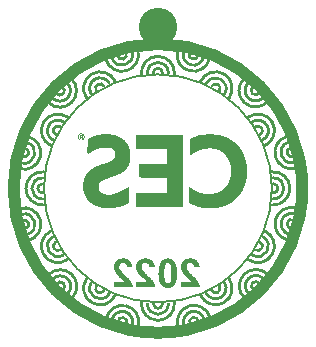
<source format=gbs>
G04*
G04 #@! TF.GenerationSoftware,Altium Limited,Altium Designer,21.7.2 (23)*
G04*
G04 Layer_Color=16711935*
%FSLAX25Y25*%
%MOIN*%
G70*
G04*
G04 #@! TF.SameCoordinates,2F9D9F62-0F19-4060-BA45-97F595866B8D*
G04*
G04*
G04 #@! TF.FilePolarity,Negative*
G04*
G01*
G75*
%ADD10C,0.01000*%
%ADD11C,0.12800*%
%ADD13C,0.00800*%
%ADD14C,0.04000*%
G36*
X286726Y385239D02*
X286933D01*
Y385187D01*
X286985D01*
Y385135D01*
X287089D01*
Y385083D01*
X287193D01*
Y385031D01*
X287245D01*
Y384979D01*
X287297D01*
Y384927D01*
X287349D01*
Y384823D01*
X287401D01*
Y384771D01*
X287453D01*
Y384719D01*
X287505D01*
Y384563D01*
X287557D01*
Y384459D01*
X287609D01*
Y383836D01*
X287557D01*
Y383680D01*
X287505D01*
Y383576D01*
X287453D01*
Y383524D01*
X287401D01*
Y383472D01*
X287349D01*
Y383368D01*
X287297D01*
Y383316D01*
X287245D01*
Y383264D01*
X287193D01*
Y383212D01*
X287089D01*
Y383160D01*
X287037D01*
Y383108D01*
X286933D01*
Y383056D01*
X286829D01*
Y383004D01*
X286570D01*
Y382952D01*
X286206D01*
Y383004D01*
X285946D01*
Y383056D01*
X285894D01*
Y383108D01*
X285790D01*
Y383160D01*
X285738D01*
Y383212D01*
X285686D01*
Y383264D01*
X285634D01*
Y383316D01*
X285582D01*
Y383368D01*
X285530D01*
Y383420D01*
X285478D01*
Y383524D01*
X285426D01*
Y383628D01*
X285374D01*
Y383784D01*
X285322D01*
Y384355D01*
X285374D01*
Y384563D01*
X285426D01*
Y384667D01*
X285478D01*
Y384771D01*
X285530D01*
Y384823D01*
X285582D01*
Y384875D01*
X285634D01*
Y384979D01*
X285686D01*
Y385031D01*
X285738D01*
Y385083D01*
X285842D01*
Y385135D01*
X285946D01*
Y385187D01*
X285998D01*
Y385239D01*
X286154D01*
Y385291D01*
X286726D01*
Y385239D01*
D02*
G37*
G36*
X320094Y384719D02*
X320198D01*
Y383836D01*
X320250D01*
Y382381D01*
X320302D01*
Y380717D01*
X320353D01*
Y373805D01*
X320405D01*
Y360707D01*
X320302D01*
Y360655D01*
X320250D01*
Y360707D01*
X318274D01*
Y360759D01*
X316559D01*
Y360811D01*
X309439D01*
Y360863D01*
X304969D01*
Y360915D01*
X304865D01*
Y360863D01*
X304761D01*
Y360915D01*
X304709D01*
Y360967D01*
X304657D01*
Y361383D01*
Y361435D01*
Y365281D01*
X304709D01*
Y365385D01*
X310634D01*
Y365437D01*
X315052D01*
Y370530D01*
X311154D01*
Y370582D01*
X306320D01*
Y370634D01*
X305956D01*
Y370582D01*
X305904D01*
Y370634D01*
X305800D01*
Y371778D01*
X305748D01*
Y374064D01*
X305697D01*
Y375000D01*
X305904D01*
Y375052D01*
X306008D01*
Y375000D01*
X314740D01*
Y375052D01*
X314844D01*
Y375000D01*
X315000D01*
Y375052D01*
X315052D01*
Y380146D01*
X310062D01*
Y380094D01*
X304865D01*
Y380146D01*
X304813D01*
Y384667D01*
X304865D01*
Y384719D01*
X310322D01*
Y384771D01*
X320094D01*
Y384719D01*
D02*
G37*
G36*
X330748Y384927D02*
X331320D01*
Y384875D01*
X331944D01*
Y384823D01*
X332204D01*
Y384771D01*
X332516D01*
Y384719D01*
X332775D01*
Y384667D01*
X332931D01*
Y384615D01*
X333191D01*
Y384563D01*
X333295D01*
Y384511D01*
X333503D01*
Y384459D01*
X333659D01*
Y384407D01*
X333763D01*
Y384355D01*
X333971D01*
Y384303D01*
X334075D01*
Y384252D01*
X334283D01*
Y384200D01*
X334335D01*
Y384148D01*
X334491D01*
Y384096D01*
X334647D01*
Y384044D01*
X334751D01*
Y383992D01*
X334906D01*
Y383940D01*
X334958D01*
Y383888D01*
X335114D01*
Y383836D01*
X335166D01*
Y383784D01*
X335270D01*
Y383732D01*
X335426D01*
Y383680D01*
X335530D01*
Y383628D01*
X335634D01*
Y383576D01*
X335686D01*
Y383524D01*
X335790D01*
Y383472D01*
X335894D01*
Y383420D01*
X335998D01*
Y383368D01*
X336102D01*
Y383316D01*
X336154D01*
Y383264D01*
X336258D01*
Y383212D01*
X336362D01*
Y383160D01*
X336414D01*
Y383108D01*
X336518D01*
Y383056D01*
X336570D01*
Y383004D01*
X336674D01*
Y382952D01*
X336726D01*
Y382900D01*
X336829D01*
Y382848D01*
X336881D01*
Y382796D01*
X336933D01*
Y382744D01*
X337037D01*
Y382692D01*
X337089D01*
Y382640D01*
X337193D01*
Y382588D01*
X337245D01*
Y382536D01*
X337297D01*
Y382484D01*
X337349D01*
Y382432D01*
X337401D01*
Y382381D01*
X337505D01*
Y382329D01*
X337557D01*
Y382277D01*
X337609D01*
Y382224D01*
X337713D01*
Y382121D01*
X337817D01*
Y382069D01*
X337869D01*
Y382017D01*
X337921D01*
Y381965D01*
X337973D01*
Y381913D01*
X338025D01*
Y381861D01*
X338077D01*
Y381809D01*
X338129D01*
Y381757D01*
X338181D01*
Y381705D01*
X338233D01*
Y381653D01*
X338285D01*
Y381601D01*
X338337D01*
Y381549D01*
X338389D01*
Y381497D01*
X338441D01*
Y381445D01*
X338493D01*
Y381393D01*
X338545D01*
Y381341D01*
X338597D01*
Y381289D01*
X338649D01*
Y381237D01*
X338701D01*
Y381185D01*
X338753D01*
Y381081D01*
X338805D01*
Y381029D01*
X338857D01*
Y380977D01*
X338909D01*
Y380925D01*
X338961D01*
Y380821D01*
X339013D01*
Y380769D01*
X339064D01*
Y380717D01*
X339116D01*
Y380665D01*
X339168D01*
Y380613D01*
X339220D01*
Y380509D01*
X339272D01*
Y380457D01*
X339324D01*
Y380405D01*
X339376D01*
Y380301D01*
X339428D01*
Y380250D01*
X339480D01*
Y380146D01*
X339532D01*
Y380094D01*
X339584D01*
Y379990D01*
X339636D01*
Y379938D01*
X339688D01*
Y379886D01*
X339740D01*
Y379782D01*
X339792D01*
Y379730D01*
X339844D01*
Y379626D01*
X339896D01*
Y379522D01*
X339948D01*
Y379418D01*
X340000D01*
Y379314D01*
X340052D01*
Y379262D01*
X340104D01*
Y379158D01*
X340156D01*
Y379106D01*
X340208D01*
Y379002D01*
X340260D01*
Y378898D01*
X340312D01*
Y378794D01*
X340364D01*
Y378638D01*
X340416D01*
Y378586D01*
X340468D01*
Y378430D01*
X340520D01*
Y378326D01*
X340572D01*
Y378222D01*
X340624D01*
Y378118D01*
X340676D01*
Y378015D01*
X340728D01*
Y377859D01*
X340780D01*
Y377755D01*
X340832D01*
Y377599D01*
X340884D01*
Y377443D01*
X340936D01*
Y377339D01*
X340987D01*
Y377131D01*
X341039D01*
Y377027D01*
X341091D01*
Y376819D01*
X341143D01*
Y376663D01*
X341195D01*
Y376507D01*
X341247D01*
Y376299D01*
X341299D01*
Y376143D01*
X341351D01*
Y375832D01*
X341403D01*
Y375676D01*
X341455D01*
Y375364D01*
X341507D01*
Y375052D01*
X341559D01*
Y374844D01*
X341611D01*
Y374272D01*
X341663D01*
Y373908D01*
X341715D01*
Y371414D01*
X341663D01*
Y371050D01*
X341611D01*
Y370530D01*
X341559D01*
Y370270D01*
X341507D01*
Y369958D01*
X341455D01*
Y369647D01*
X341403D01*
Y369491D01*
X341351D01*
Y369231D01*
X341299D01*
Y369075D01*
X341247D01*
Y368867D01*
X341195D01*
Y368659D01*
X341143D01*
Y368503D01*
X341091D01*
Y368295D01*
X341039D01*
Y368191D01*
X340987D01*
Y367983D01*
X340936D01*
Y367879D01*
X340884D01*
Y367776D01*
X340832D01*
Y367619D01*
X340780D01*
Y367516D01*
X340728D01*
Y367360D01*
X340676D01*
Y367256D01*
X340624D01*
Y367152D01*
X340572D01*
Y366996D01*
X340520D01*
Y366892D01*
X340468D01*
Y366736D01*
X340416D01*
Y366684D01*
X340364D01*
Y366580D01*
X340312D01*
Y366476D01*
X340260D01*
Y366372D01*
X340208D01*
Y366268D01*
X340156D01*
Y366216D01*
X340104D01*
Y366060D01*
X340052D01*
Y366008D01*
X340000D01*
Y365904D01*
X339948D01*
Y365800D01*
X339896D01*
Y365748D01*
X339844D01*
Y365645D01*
X339792D01*
Y365593D01*
X339740D01*
Y365489D01*
X339688D01*
Y365437D01*
X339636D01*
Y365333D01*
X339584D01*
Y365229D01*
X339532D01*
Y365177D01*
X339480D01*
Y365073D01*
X339428D01*
Y365021D01*
X339376D01*
Y364969D01*
X339324D01*
Y364917D01*
X339272D01*
Y364813D01*
X339220D01*
Y364761D01*
X339168D01*
Y364709D01*
X339116D01*
Y364605D01*
X339064D01*
Y364553D01*
X339013D01*
Y364501D01*
X338961D01*
Y364449D01*
X338909D01*
Y364397D01*
X338857D01*
Y364293D01*
X338805D01*
Y364241D01*
X338753D01*
Y364189D01*
X338701D01*
Y364137D01*
X338649D01*
Y364085D01*
X338597D01*
Y364033D01*
X338545D01*
Y363981D01*
X338493D01*
Y363877D01*
X338441D01*
Y363825D01*
X338389D01*
Y363773D01*
X338337D01*
Y363721D01*
X338285D01*
Y363669D01*
X338233D01*
Y363617D01*
X338181D01*
Y363565D01*
X338129D01*
Y363513D01*
X338077D01*
Y363461D01*
X338025D01*
Y363410D01*
X337921D01*
Y363358D01*
X337869D01*
Y363306D01*
X337817D01*
Y363254D01*
X337765D01*
Y363202D01*
X337713D01*
Y363150D01*
X337661D01*
Y363098D01*
X337609D01*
Y363046D01*
X337505D01*
Y362994D01*
X337453D01*
Y362942D01*
X337401D01*
Y362890D01*
X337349D01*
Y362838D01*
X337297D01*
Y362786D01*
X337193D01*
Y362734D01*
X337141D01*
Y362682D01*
X337037D01*
Y362630D01*
X336985D01*
Y362578D01*
X336933D01*
Y362526D01*
X336829D01*
Y362474D01*
X336777D01*
Y362422D01*
X336674D01*
Y362370D01*
X336622D01*
Y362318D01*
X336570D01*
Y362266D01*
X336466D01*
Y362214D01*
X336414D01*
Y362162D01*
X336310D01*
Y362110D01*
X336258D01*
Y362058D01*
X336154D01*
Y362006D01*
X336050D01*
Y361954D01*
X335946D01*
Y361902D01*
X335842D01*
Y361850D01*
X335790D01*
Y361798D01*
X335634D01*
Y361746D01*
X335582D01*
Y361694D01*
X335478D01*
Y361642D01*
X335374D01*
Y361590D01*
X335270D01*
Y361539D01*
X335114D01*
Y361487D01*
X335062D01*
Y361435D01*
X334906D01*
Y361383D01*
X334803D01*
Y361331D01*
X334699D01*
Y361279D01*
X334543D01*
Y361227D01*
X334439D01*
Y361175D01*
X334231D01*
Y361123D01*
X334179D01*
Y361071D01*
X333919D01*
Y361019D01*
X333815D01*
Y360967D01*
X333659D01*
Y360915D01*
X333451D01*
Y360863D01*
X333295D01*
Y360811D01*
X333035D01*
Y360759D01*
X332879D01*
Y360707D01*
X332568D01*
Y360655D01*
X332256D01*
Y360603D01*
X331996D01*
Y360551D01*
X331528D01*
Y360499D01*
X331164D01*
Y360447D01*
X330385D01*
Y360395D01*
X328150D01*
Y360447D01*
X327266D01*
Y360499D01*
X327006D01*
Y360551D01*
X326486D01*
Y360603D01*
X326279D01*
Y360655D01*
X326019D01*
Y360707D01*
X325759D01*
Y360759D01*
X325603D01*
Y360811D01*
X325395D01*
Y360863D01*
X325239D01*
Y360915D01*
X325031D01*
Y360967D01*
X324875D01*
Y361019D01*
X324771D01*
Y361071D01*
X324563D01*
Y361123D01*
X324460D01*
Y361175D01*
X324304D01*
Y361227D01*
X324200D01*
Y361279D01*
X324044D01*
Y361331D01*
X323888D01*
Y361383D01*
X323836D01*
Y361435D01*
X323628D01*
Y361487D01*
X323576D01*
Y361539D01*
X323420D01*
Y361590D01*
X323316D01*
Y361642D01*
X323264D01*
Y361694D01*
X323108D01*
Y361746D01*
X323056D01*
Y361798D01*
X322900D01*
Y361850D01*
X322796D01*
Y361902D01*
X322692D01*
Y361954D01*
X322588D01*
Y362006D01*
X322536D01*
Y362058D01*
X322484D01*
Y362942D01*
X322432D01*
Y367360D01*
X322484D01*
Y367412D01*
X322640D01*
Y367360D01*
X322692D01*
Y367308D01*
X322796D01*
Y367256D01*
X322848D01*
Y367204D01*
X322900D01*
Y367152D01*
X323004D01*
Y367100D01*
X323056D01*
Y367048D01*
X323160D01*
Y366996D01*
X323212D01*
Y366944D01*
X323316D01*
Y366892D01*
X323420D01*
Y366840D01*
X323472D01*
Y366788D01*
X323576D01*
Y366736D01*
X323628D01*
Y366684D01*
X323732D01*
Y366632D01*
X323784D01*
Y366580D01*
X323836D01*
Y366528D01*
X323940D01*
Y366476D01*
X324044D01*
Y366424D01*
X324148D01*
Y366372D01*
X324200D01*
Y366320D01*
X324304D01*
Y366268D01*
X324408D01*
Y366216D01*
X324460D01*
Y366164D01*
X324615D01*
Y366112D01*
X324667D01*
Y366060D01*
X324771D01*
Y366008D01*
X324875D01*
Y365956D01*
X324979D01*
Y365904D01*
X325135D01*
Y365852D01*
X325187D01*
Y365800D01*
X325343D01*
Y365748D01*
X325447D01*
Y365697D01*
X325603D01*
Y365645D01*
X325759D01*
Y365593D01*
X325863D01*
Y365541D01*
X326071D01*
Y365489D01*
X326175D01*
Y365437D01*
X326434D01*
Y365385D01*
X326590D01*
Y365333D01*
X326746D01*
Y365281D01*
X327110D01*
Y365229D01*
X327266D01*
Y365177D01*
X327786D01*
Y365125D01*
X328150D01*
Y365073D01*
X329813D01*
Y365125D01*
X330177D01*
Y365177D01*
X330644D01*
Y365229D01*
X330852D01*
Y365281D01*
X331164D01*
Y365333D01*
X331320D01*
Y365385D01*
X331476D01*
Y365437D01*
X331684D01*
Y365489D01*
X331788D01*
Y365541D01*
X331996D01*
Y365593D01*
X332048D01*
Y365645D01*
X332204D01*
Y365697D01*
X332360D01*
Y365748D01*
X332412D01*
Y365800D01*
X332568D01*
Y365852D01*
X332620D01*
Y365904D01*
X332775D01*
Y365956D01*
X332827D01*
Y366008D01*
X332931D01*
Y366060D01*
X333035D01*
Y366112D01*
X333087D01*
Y366164D01*
X333191D01*
Y366216D01*
X333243D01*
Y366268D01*
X333347D01*
Y366320D01*
X333451D01*
Y366372D01*
X333503D01*
Y366424D01*
X333555D01*
Y366476D01*
X333607D01*
Y366528D01*
X333711D01*
Y366580D01*
X333763D01*
Y366632D01*
X333815D01*
Y366684D01*
X333867D01*
Y366736D01*
X333919D01*
Y366788D01*
X334023D01*
Y366840D01*
X334075D01*
Y366892D01*
X334127D01*
Y366944D01*
X334179D01*
Y366996D01*
X334231D01*
Y367048D01*
X334283D01*
Y367100D01*
X334335D01*
Y367152D01*
X334387D01*
Y367204D01*
X334439D01*
Y367256D01*
X334491D01*
Y367360D01*
X334543D01*
Y367412D01*
X334595D01*
Y367464D01*
X334647D01*
Y367516D01*
X334699D01*
Y367568D01*
X334751D01*
Y367671D01*
X334803D01*
Y367723D01*
X334855D01*
Y367776D01*
X334906D01*
Y367879D01*
X334958D01*
Y367931D01*
X335010D01*
Y368035D01*
X335062D01*
Y368087D01*
X335114D01*
Y368191D01*
X335166D01*
Y368243D01*
X335218D01*
Y368347D01*
X335270D01*
Y368451D01*
X335322D01*
Y368503D01*
X335374D01*
Y368607D01*
X335426D01*
Y368711D01*
X335478D01*
Y368815D01*
X335530D01*
Y368919D01*
X335582D01*
Y369023D01*
X335634D01*
Y369179D01*
X335686D01*
Y369231D01*
X335738D01*
Y369439D01*
X335790D01*
Y369491D01*
X335842D01*
Y369647D01*
X335894D01*
Y369802D01*
X335946D01*
Y369958D01*
X335998D01*
Y370166D01*
X336050D01*
Y370270D01*
X336102D01*
Y370530D01*
X336154D01*
Y370738D01*
X336206D01*
Y370998D01*
X336258D01*
Y371414D01*
X336310D01*
Y371622D01*
X336362D01*
Y373649D01*
X336310D01*
Y374012D01*
X336258D01*
Y374376D01*
X336206D01*
Y374636D01*
X336154D01*
Y374844D01*
X336102D01*
Y375104D01*
X336050D01*
Y375208D01*
X335998D01*
Y375416D01*
X335946D01*
Y375572D01*
X335894D01*
Y375728D01*
X335842D01*
Y375884D01*
X335790D01*
Y375988D01*
X335738D01*
Y376143D01*
X335686D01*
Y376195D01*
X335634D01*
Y376351D01*
X335582D01*
Y376455D01*
X335530D01*
Y376559D01*
X335478D01*
Y376663D01*
X335426D01*
Y376767D01*
X335374D01*
Y376871D01*
X335322D01*
Y376923D01*
X335270D01*
Y377027D01*
X335218D01*
Y377131D01*
X335166D01*
Y377183D01*
X335114D01*
Y377287D01*
X335062D01*
Y377339D01*
X335010D01*
Y377443D01*
X334958D01*
Y377547D01*
X334906D01*
Y377599D01*
X334855D01*
Y377651D01*
X334803D01*
Y377703D01*
X334751D01*
Y377807D01*
X334699D01*
Y377859D01*
X334647D01*
Y377911D01*
X334595D01*
Y378015D01*
X334543D01*
Y378066D01*
X334491D01*
Y378118D01*
X334439D01*
Y378170D01*
X334387D01*
Y378222D01*
X334335D01*
Y378274D01*
X334283D01*
Y378326D01*
X334231D01*
Y378378D01*
X334179D01*
Y378430D01*
X334127D01*
Y378482D01*
X334075D01*
Y378534D01*
X334023D01*
Y378586D01*
X333971D01*
Y378638D01*
X333919D01*
Y378690D01*
X333867D01*
Y378742D01*
X333815D01*
Y378794D01*
X333763D01*
Y378846D01*
X333659D01*
Y378898D01*
X333607D01*
Y378950D01*
X333555D01*
Y379002D01*
X333451D01*
Y379054D01*
X333399D01*
Y379106D01*
X333347D01*
Y379158D01*
X333243D01*
Y379210D01*
X333191D01*
Y379262D01*
X333139D01*
Y379314D01*
X333087D01*
Y379366D01*
X332931D01*
Y379418D01*
X332879D01*
Y379470D01*
X332827D01*
Y379522D01*
X332723D01*
Y379574D01*
X332620D01*
Y379626D01*
X332516D01*
Y379678D01*
X332412D01*
Y379730D01*
X332308D01*
Y379782D01*
X332152D01*
Y379834D01*
X332100D01*
Y379886D01*
X331892D01*
Y379938D01*
X331788D01*
Y379990D01*
X331580D01*
Y380042D01*
X331424D01*
Y380094D01*
X331216D01*
Y380146D01*
X330904D01*
Y380198D01*
X330697D01*
Y380250D01*
X329969D01*
Y380301D01*
X328618D01*
Y380250D01*
X327838D01*
Y380198D01*
X327578D01*
Y380146D01*
X327214D01*
Y380094D01*
X327006D01*
Y380042D01*
X326850D01*
Y379990D01*
X326590D01*
Y379938D01*
X326486D01*
Y379886D01*
X326227D01*
Y379834D01*
X326123D01*
Y379782D01*
X325967D01*
Y379730D01*
X325811D01*
Y379678D01*
X325707D01*
Y379626D01*
X325551D01*
Y379574D01*
X325447D01*
Y379522D01*
X325291D01*
Y379470D01*
X325239D01*
Y379418D01*
X325135D01*
Y379366D01*
X324979D01*
Y379314D01*
X324927D01*
Y379262D01*
X324771D01*
Y379210D01*
X324719D01*
Y379158D01*
X324615D01*
Y379106D01*
X324511D01*
Y379054D01*
X324460D01*
Y379002D01*
X324356D01*
Y378950D01*
X324304D01*
Y378898D01*
X324200D01*
Y378846D01*
X324148D01*
Y378794D01*
X324044D01*
Y378742D01*
X323992D01*
Y378690D01*
X323940D01*
Y378638D01*
X323836D01*
Y378586D01*
X323784D01*
Y378534D01*
X323680D01*
Y378482D01*
X323628D01*
Y378430D01*
X323524D01*
Y378378D01*
X323472D01*
Y378326D01*
X323420D01*
Y378274D01*
X323316D01*
Y378222D01*
X323264D01*
Y378170D01*
X323212D01*
Y378118D01*
X323108D01*
Y378066D01*
X323056D01*
Y378015D01*
X322848D01*
Y378222D01*
X322796D01*
Y382017D01*
X322848D01*
Y383472D01*
X322900D01*
Y383524D01*
X322952D01*
Y383576D01*
X323056D01*
Y383628D01*
X323212D01*
Y383680D01*
X323264D01*
Y383732D01*
X323420D01*
Y383784D01*
X323524D01*
Y383836D01*
X323628D01*
Y383888D01*
X323732D01*
Y383940D01*
X323836D01*
Y383992D01*
X323992D01*
Y384044D01*
X324044D01*
Y384096D01*
X324148D01*
Y384148D01*
X324304D01*
Y384200D01*
X324408D01*
Y384252D01*
X324563D01*
Y384303D01*
X324667D01*
Y384355D01*
X324823D01*
Y384407D01*
X324979D01*
Y384459D01*
X325135D01*
Y384511D01*
X325343D01*
Y384563D01*
X325447D01*
Y384615D01*
X325759D01*
Y384667D01*
X325915D01*
Y384719D01*
X326175D01*
Y384771D01*
X326486D01*
Y384823D01*
X326746D01*
Y384875D01*
X327474D01*
Y384927D01*
X328046D01*
Y384979D01*
X330748D01*
Y384927D01*
D02*
G37*
G36*
X294990Y385031D02*
X295821D01*
Y384979D01*
X296393D01*
Y384927D01*
X296601D01*
Y384875D01*
X297017D01*
Y384823D01*
X297173D01*
Y384771D01*
X297432D01*
Y384719D01*
X297640D01*
Y384667D01*
X297796D01*
Y384615D01*
X298004D01*
Y384563D01*
X298108D01*
Y384511D01*
X298316D01*
Y384459D01*
X298420D01*
Y384407D01*
X298576D01*
Y384355D01*
X298732D01*
Y384303D01*
X298784D01*
Y384252D01*
X298940D01*
Y384200D01*
X299044D01*
Y384148D01*
X299148D01*
Y384096D01*
X299304D01*
Y384044D01*
X299356D01*
Y383992D01*
X299511D01*
Y383940D01*
X299563D01*
Y383888D01*
X299667D01*
Y383836D01*
X299719D01*
Y383784D01*
X299823D01*
Y383732D01*
X299927D01*
Y383680D01*
X299979D01*
Y383628D01*
X300083D01*
Y383576D01*
X300135D01*
Y383524D01*
X300239D01*
Y383472D01*
X300291D01*
Y383420D01*
X300343D01*
Y383368D01*
X300447D01*
Y383316D01*
X300499D01*
Y383264D01*
X300551D01*
Y383212D01*
X300603D01*
Y383160D01*
X300655D01*
Y383108D01*
X300707D01*
Y383056D01*
X300759D01*
Y383004D01*
X300863D01*
Y382952D01*
X300915D01*
Y382900D01*
X300967D01*
Y382848D01*
X301019D01*
Y382796D01*
X301071D01*
Y382692D01*
X301123D01*
Y382640D01*
X301175D01*
Y382588D01*
X301227D01*
Y382536D01*
X301279D01*
Y382484D01*
X301331D01*
Y382381D01*
X301434D01*
Y382277D01*
X301486D01*
Y382224D01*
X301538D01*
Y382121D01*
X301590D01*
Y382069D01*
X301642D01*
Y381965D01*
X301694D01*
Y381913D01*
X301746D01*
Y381861D01*
X301798D01*
Y381757D01*
X301850D01*
Y381653D01*
X301902D01*
Y381601D01*
X301954D01*
Y381497D01*
X302006D01*
Y381445D01*
X302058D01*
Y381289D01*
X302110D01*
Y381237D01*
X302162D01*
Y381133D01*
X302214D01*
Y381029D01*
X302266D01*
Y380925D01*
X302318D01*
Y380769D01*
X302370D01*
Y380717D01*
X302422D01*
Y380509D01*
X302474D01*
Y380353D01*
X302526D01*
Y380250D01*
X302578D01*
Y379990D01*
X302630D01*
Y379834D01*
X302682D01*
Y379522D01*
X302734D01*
Y379210D01*
X302786D01*
Y378586D01*
X302838D01*
Y377495D01*
X302786D01*
Y376819D01*
X302734D01*
Y376455D01*
X302682D01*
Y376040D01*
X302630D01*
Y375884D01*
X302578D01*
Y375572D01*
X302526D01*
Y375468D01*
X302474D01*
Y375260D01*
X302422D01*
Y375104D01*
X302370D01*
Y375000D01*
X302318D01*
Y374792D01*
X302266D01*
Y374740D01*
X302214D01*
Y374584D01*
X302162D01*
Y374480D01*
X302110D01*
Y374428D01*
X302058D01*
Y374272D01*
X302006D01*
Y374220D01*
X301954D01*
Y374116D01*
X301902D01*
Y374012D01*
X301850D01*
Y373960D01*
X301798D01*
Y373857D01*
X301746D01*
Y373805D01*
X301694D01*
Y373701D01*
X301642D01*
Y373649D01*
X301590D01*
Y373597D01*
X301538D01*
Y373545D01*
X301486D01*
Y373493D01*
X301434D01*
Y373389D01*
X301382D01*
Y373337D01*
X301331D01*
Y373285D01*
X301279D01*
Y373233D01*
X301227D01*
Y373181D01*
X301175D01*
Y373129D01*
X301123D01*
Y373077D01*
X301071D01*
Y373025D01*
X301019D01*
Y372973D01*
X300967D01*
Y372921D01*
X300915D01*
Y372869D01*
X300863D01*
Y372817D01*
X300811D01*
Y372765D01*
X300707D01*
Y372713D01*
X300655D01*
Y372661D01*
X300603D01*
Y372609D01*
X300551D01*
Y372557D01*
X300447D01*
Y372505D01*
X300395D01*
Y372453D01*
X300343D01*
Y372401D01*
X300239D01*
Y372349D01*
X300187D01*
Y372297D01*
X300083D01*
Y372245D01*
X300031D01*
Y372193D01*
X299927D01*
Y372141D01*
X299823D01*
Y372089D01*
X299771D01*
Y372037D01*
X299667D01*
Y371985D01*
X299563D01*
Y371934D01*
X299460D01*
Y371882D01*
X299356D01*
Y371830D01*
X299304D01*
Y371778D01*
X299148D01*
Y371726D01*
X299096D01*
Y371674D01*
X298940D01*
Y371622D01*
X298836D01*
Y371570D01*
X298732D01*
Y371518D01*
X298576D01*
Y371466D01*
X298524D01*
Y371414D01*
X298368D01*
Y371362D01*
X298264D01*
Y371310D01*
X298108D01*
Y371258D01*
X297952D01*
Y371206D01*
X297848D01*
Y371154D01*
X297692D01*
Y371102D01*
X297588D01*
Y371050D01*
X297432D01*
Y370998D01*
X297276D01*
Y370946D01*
X297121D01*
Y370894D01*
X296965D01*
Y370842D01*
X296861D01*
Y370790D01*
X296653D01*
Y370738D01*
X296497D01*
Y370686D01*
X296341D01*
Y370634D01*
X296133D01*
Y370582D01*
X296029D01*
Y370530D01*
X295821D01*
Y370478D01*
X295717D01*
Y370426D01*
X295561D01*
Y370374D01*
X295405D01*
Y370322D01*
X295302D01*
Y370270D01*
X295094D01*
Y370218D01*
X294990D01*
Y370166D01*
X294834D01*
Y370114D01*
X294730D01*
Y370062D01*
X294574D01*
Y370010D01*
X294418D01*
Y369958D01*
X294366D01*
Y369906D01*
X294158D01*
Y369854D01*
X294106D01*
Y369802D01*
X293950D01*
Y369750D01*
X293846D01*
Y369699D01*
X293794D01*
Y369647D01*
X293638D01*
Y369595D01*
X293586D01*
Y369543D01*
X293482D01*
Y369491D01*
X293378D01*
Y369439D01*
X293326D01*
Y369387D01*
X293222D01*
Y369335D01*
X293170D01*
Y369283D01*
X293067D01*
Y369231D01*
X293015D01*
Y369179D01*
X292963D01*
Y369127D01*
X292859D01*
Y369023D01*
X292755D01*
Y368919D01*
X292703D01*
Y368867D01*
X292651D01*
Y368815D01*
X292599D01*
Y368711D01*
X292547D01*
Y368659D01*
X292495D01*
Y368555D01*
X292443D01*
Y368451D01*
X292391D01*
Y368347D01*
X292339D01*
Y368087D01*
X292287D01*
Y367879D01*
X292235D01*
Y366996D01*
X292287D01*
Y366788D01*
X292339D01*
Y366528D01*
X292391D01*
Y366424D01*
X292443D01*
Y366320D01*
X292495D01*
Y366216D01*
X292547D01*
Y366112D01*
X292599D01*
Y366060D01*
X292651D01*
Y366008D01*
X292703D01*
Y365904D01*
X292755D01*
Y365852D01*
X292807D01*
Y365800D01*
X292859D01*
Y365748D01*
X292911D01*
Y365697D01*
X292963D01*
Y365645D01*
X293015D01*
Y365593D01*
X293067D01*
Y365541D01*
X293170D01*
Y365489D01*
X293222D01*
Y365437D01*
X293326D01*
Y365385D01*
X293430D01*
Y365333D01*
X293534D01*
Y365281D01*
X293638D01*
Y365229D01*
X293742D01*
Y365177D01*
X293950D01*
Y365125D01*
X294054D01*
Y365073D01*
X294314D01*
Y365021D01*
X294574D01*
Y364969D01*
X294782D01*
Y364917D01*
X295613D01*
Y364865D01*
X296185D01*
Y364917D01*
X296705D01*
Y364969D01*
X296913D01*
Y365021D01*
X297121D01*
Y365073D01*
X297328D01*
Y365125D01*
X297432D01*
Y365177D01*
X297640D01*
Y365229D01*
X297744D01*
Y365281D01*
X297952D01*
Y365333D01*
X298056D01*
Y365385D01*
X298160D01*
Y365437D01*
X298368D01*
Y365489D01*
X298420D01*
Y365541D01*
X298576D01*
Y365593D01*
X298680D01*
Y365645D01*
X298836D01*
Y365697D01*
X298940D01*
Y365748D01*
X299044D01*
Y365800D01*
X299200D01*
Y365852D01*
X299252D01*
Y365904D01*
X299408D01*
Y365956D01*
X299511D01*
Y366008D01*
X299563D01*
Y366060D01*
X299719D01*
Y366112D01*
X299771D01*
Y366164D01*
X299927D01*
Y366216D01*
X300031D01*
Y366268D01*
X300135D01*
Y366320D01*
X300239D01*
Y366372D01*
X300291D01*
Y366424D01*
X300447D01*
Y366476D01*
X300499D01*
Y366528D01*
X300655D01*
Y366580D01*
X300707D01*
Y366632D01*
X300811D01*
Y366684D01*
X300967D01*
Y366736D01*
X301019D01*
Y366788D01*
X301123D01*
Y366840D01*
X301227D01*
Y366892D01*
X301279D01*
Y366944D01*
X301382D01*
Y366996D01*
X301486D01*
Y367048D01*
X301590D01*
Y367100D01*
X301642D01*
Y367152D01*
X301798D01*
Y367204D01*
X301850D01*
Y367256D01*
X301954D01*
Y367308D01*
X302058D01*
Y367360D01*
X302110D01*
Y367412D01*
X302214D01*
Y367464D01*
X302266D01*
Y367516D01*
X302474D01*
Y362110D01*
X302422D01*
Y362058D01*
X302266D01*
Y362006D01*
X302214D01*
Y361954D01*
X302110D01*
Y361902D01*
X302006D01*
Y361850D01*
X301902D01*
Y361798D01*
X301746D01*
Y361746D01*
X301694D01*
Y361694D01*
X301590D01*
Y361642D01*
X301486D01*
Y361590D01*
X301382D01*
Y361539D01*
X301227D01*
Y361487D01*
X301175D01*
Y361435D01*
X300967D01*
Y361383D01*
X300915D01*
Y361331D01*
X300759D01*
Y361279D01*
X300603D01*
Y361227D01*
X300499D01*
Y361175D01*
X300291D01*
Y361123D01*
X300187D01*
Y361071D01*
X299979D01*
Y361019D01*
X299875D01*
Y360967D01*
X299667D01*
Y360915D01*
X299460D01*
Y360863D01*
X299304D01*
Y360811D01*
X298992D01*
Y360759D01*
X298784D01*
Y360707D01*
X298472D01*
Y360655D01*
X298160D01*
Y360603D01*
X297848D01*
Y360551D01*
X297173D01*
Y360499D01*
X296601D01*
Y360447D01*
X294366D01*
Y360499D01*
X293950D01*
Y360551D01*
X293326D01*
Y360603D01*
X293119D01*
Y360655D01*
X292807D01*
Y360707D01*
X292547D01*
Y360759D01*
X292391D01*
Y360811D01*
X292131D01*
Y360863D01*
X292079D01*
Y360915D01*
X291871D01*
Y360967D01*
X291767D01*
Y361019D01*
X291611D01*
Y361071D01*
X291455D01*
Y361123D01*
X291403D01*
Y361175D01*
X291247D01*
Y361227D01*
X291195D01*
Y361279D01*
X291091D01*
Y361331D01*
X290987D01*
Y361383D01*
X290884D01*
Y361435D01*
X290780D01*
Y361487D01*
X290728D01*
Y361539D01*
X290624D01*
Y361590D01*
X290520D01*
Y361642D01*
X290468D01*
Y361694D01*
X290364D01*
Y361746D01*
X290312D01*
Y361798D01*
X290156D01*
Y361850D01*
X290104D01*
Y361902D01*
X290052D01*
Y361954D01*
X289948D01*
Y362006D01*
X289844D01*
Y362058D01*
X289740D01*
Y362110D01*
X289688D01*
Y362162D01*
X289584D01*
Y362214D01*
X289532D01*
Y362266D01*
X289428D01*
Y362318D01*
X289324D01*
Y362370D01*
X289272D01*
Y362422D01*
X289168D01*
Y362474D01*
X289116D01*
Y362526D01*
X289013D01*
Y362578D01*
X288961D01*
Y362630D01*
X288909D01*
Y362682D01*
X288857D01*
Y362734D01*
X288805D01*
Y362786D01*
X288753D01*
Y362838D01*
X288701D01*
Y362942D01*
X288649D01*
Y363046D01*
X288597D01*
Y363202D01*
X288545D01*
Y363254D01*
X288493D01*
Y363358D01*
X288441D01*
Y363410D01*
X288389D01*
Y363513D01*
X288337D01*
Y363617D01*
X288285D01*
Y363669D01*
X288233D01*
Y363773D01*
X288181D01*
Y363825D01*
X288129D01*
Y363929D01*
X288077D01*
Y364033D01*
X288025D01*
Y364085D01*
X287973D01*
Y364189D01*
X287921D01*
Y364241D01*
X287869D01*
Y364345D01*
X287817D01*
Y364449D01*
X287765D01*
Y364553D01*
X287713D01*
Y364709D01*
X287661D01*
Y364761D01*
X287609D01*
Y364917D01*
X287557D01*
Y364969D01*
X287505D01*
Y365125D01*
X287453D01*
Y365333D01*
X287401D01*
Y365385D01*
X287349D01*
Y365645D01*
X287297D01*
Y365800D01*
X287245D01*
Y366164D01*
X287193D01*
Y366528D01*
X287141D01*
Y368503D01*
X287193D01*
Y368971D01*
X287245D01*
Y369335D01*
X287297D01*
Y369543D01*
X287349D01*
Y369854D01*
X287401D01*
Y369958D01*
X287453D01*
Y370166D01*
X287505D01*
Y370322D01*
X287557D01*
Y370426D01*
X287609D01*
Y370634D01*
X287661D01*
Y370738D01*
X287713D01*
Y370894D01*
X287765D01*
Y370998D01*
X287817D01*
Y371050D01*
X287869D01*
Y371206D01*
X287921D01*
Y371258D01*
X287973D01*
Y371414D01*
X288025D01*
Y371466D01*
X288077D01*
Y371570D01*
X288129D01*
Y371622D01*
X288181D01*
Y371726D01*
X288233D01*
Y371778D01*
X288285D01*
Y371882D01*
X288337D01*
Y371934D01*
X288389D01*
Y371985D01*
X288441D01*
Y372089D01*
X288493D01*
Y372141D01*
X288545D01*
Y372193D01*
X288597D01*
Y372245D01*
X288649D01*
Y372297D01*
X288701D01*
Y372401D01*
X288753D01*
Y372453D01*
X288805D01*
Y372505D01*
X288857D01*
Y372557D01*
X288909D01*
Y372609D01*
X288961D01*
Y372661D01*
X289013D01*
Y372713D01*
X289064D01*
Y372765D01*
X289116D01*
Y372817D01*
X289220D01*
Y372869D01*
X289272D01*
Y372921D01*
X289324D01*
Y372973D01*
X289376D01*
Y373025D01*
X289428D01*
Y373077D01*
X289480D01*
Y373129D01*
X289584D01*
Y373181D01*
X289636D01*
Y373233D01*
X289688D01*
Y373285D01*
X289792D01*
Y373337D01*
X289844D01*
Y373389D01*
X289896D01*
Y373441D01*
X290000D01*
Y373493D01*
X290052D01*
Y373545D01*
X290156D01*
Y373597D01*
X290208D01*
Y373649D01*
X290312D01*
Y373701D01*
X290364D01*
Y373753D01*
X290468D01*
Y373805D01*
X290572D01*
Y373857D01*
X290676D01*
Y373908D01*
X290780D01*
Y373960D01*
X290832D01*
Y374012D01*
X290987D01*
Y374064D01*
X291039D01*
Y374116D01*
X291143D01*
Y374168D01*
X291299D01*
Y374220D01*
X291351D01*
Y374272D01*
X291507D01*
Y374324D01*
X291611D01*
Y374376D01*
X291715D01*
Y374428D01*
X291871D01*
Y374480D01*
X291975D01*
Y374532D01*
X292131D01*
Y374584D01*
X292235D01*
Y374636D01*
X292391D01*
Y374688D01*
X292547D01*
Y374740D01*
X292651D01*
Y374792D01*
X292859D01*
Y374844D01*
X292963D01*
Y374896D01*
X293170D01*
Y374948D01*
X293274D01*
Y375000D01*
X293482D01*
Y375052D01*
X293638D01*
Y375104D01*
X293742D01*
Y375156D01*
X294002D01*
Y375208D01*
X294106D01*
Y375260D01*
X294314D01*
Y375312D01*
X294418D01*
Y375364D01*
X294574D01*
Y375416D01*
X294730D01*
Y375468D01*
X294834D01*
Y375520D01*
X295094D01*
Y375572D01*
X295198D01*
Y375624D01*
X295353D01*
Y375676D01*
X295457D01*
Y375728D01*
X295561D01*
Y375780D01*
X295769D01*
Y375832D01*
X295821D01*
Y375884D01*
X295977D01*
Y375936D01*
X296081D01*
Y375988D01*
X296185D01*
Y376040D01*
X296341D01*
Y376092D01*
X296393D01*
Y376143D01*
X296549D01*
Y376195D01*
X296601D01*
Y376247D01*
X296705D01*
Y376299D01*
X296809D01*
Y376351D01*
X296861D01*
Y376403D01*
X296965D01*
Y376507D01*
X297069D01*
Y376559D01*
X297121D01*
Y376611D01*
X297173D01*
Y376663D01*
X297224D01*
Y376715D01*
X297276D01*
Y376767D01*
X297328D01*
Y376819D01*
X297380D01*
Y376871D01*
X297432D01*
Y376975D01*
X297484D01*
Y377027D01*
X297536D01*
Y377131D01*
X297588D01*
Y377235D01*
X297640D01*
Y377287D01*
X297692D01*
Y377443D01*
X297744D01*
Y377599D01*
X297796D01*
Y377807D01*
X297848D01*
Y378534D01*
X297796D01*
Y378794D01*
X297744D01*
Y378898D01*
X297692D01*
Y379106D01*
X297640D01*
Y379158D01*
X297588D01*
Y379314D01*
X297536D01*
Y379366D01*
X297484D01*
Y379470D01*
X297432D01*
Y379522D01*
X297380D01*
Y379626D01*
X297328D01*
Y379678D01*
X297276D01*
Y379730D01*
X297224D01*
Y379782D01*
X297173D01*
Y379834D01*
X297121D01*
Y379886D01*
X297069D01*
Y379938D01*
X297017D01*
Y379990D01*
X296965D01*
Y380042D01*
X296913D01*
Y380094D01*
X296809D01*
Y380146D01*
X296757D01*
Y380198D01*
X296705D01*
Y380250D01*
X296549D01*
Y380301D01*
X296497D01*
Y380353D01*
X296341D01*
Y380405D01*
X296185D01*
Y380457D01*
X296029D01*
Y380509D01*
X295509D01*
Y380561D01*
X293898D01*
Y380509D01*
X293222D01*
Y380457D01*
X292963D01*
Y380405D01*
X292703D01*
Y380353D01*
X292495D01*
Y380301D01*
X292339D01*
Y380250D01*
X292183D01*
Y380198D01*
X292079D01*
Y380146D01*
X291871D01*
Y380094D01*
X291767D01*
Y380042D01*
X291663D01*
Y379990D01*
X291507D01*
Y379938D01*
X291403D01*
Y379886D01*
X291247D01*
Y379834D01*
X291195D01*
Y379782D01*
X291039D01*
Y379730D01*
X290936D01*
Y379678D01*
X290832D01*
Y379626D01*
X290728D01*
Y379574D01*
X290676D01*
Y379522D01*
X290520D01*
Y379470D01*
X290416D01*
Y379418D01*
X290364D01*
Y379366D01*
X290260D01*
Y379314D01*
X290156D01*
Y379262D01*
X290052D01*
Y379210D01*
X290000D01*
Y379158D01*
X289896D01*
Y379106D01*
X289792D01*
Y379054D01*
X289740D01*
Y379002D01*
X289636D01*
Y378950D01*
X289584D01*
Y378898D01*
X289480D01*
Y378846D01*
X289428D01*
Y378794D01*
X289376D01*
Y378742D01*
X289272D01*
Y378690D01*
X289220D01*
Y378638D01*
X289116D01*
Y378586D01*
X289064D01*
Y378534D01*
X289013D01*
Y378482D01*
X288909D01*
Y378430D01*
X288857D01*
Y378378D01*
X288753D01*
Y378326D01*
X288701D01*
Y378274D01*
X288545D01*
Y378742D01*
X288493D01*
Y380665D01*
X288545D01*
Y383316D01*
X288597D01*
Y383368D01*
X288649D01*
Y383420D01*
X288701D01*
Y383472D01*
X288805D01*
Y383524D01*
X288961D01*
Y383576D01*
X289013D01*
Y383628D01*
X289168D01*
Y383680D01*
X289220D01*
Y383732D01*
X289376D01*
Y383784D01*
X289428D01*
Y383836D01*
X289532D01*
Y383888D01*
X289688D01*
Y383940D01*
X289792D01*
Y383992D01*
X289948D01*
Y384044D01*
X290000D01*
Y384096D01*
X290104D01*
Y384148D01*
X290260D01*
Y384200D01*
X290364D01*
Y384252D01*
X290520D01*
Y384303D01*
X290624D01*
Y384355D01*
X290832D01*
Y384407D01*
X290936D01*
Y384459D01*
X291091D01*
Y384511D01*
X291299D01*
Y384563D01*
X291403D01*
Y384615D01*
X291663D01*
Y384667D01*
X291819D01*
Y384719D01*
X292027D01*
Y384771D01*
X292287D01*
Y384823D01*
X292495D01*
Y384875D01*
X292859D01*
Y384927D01*
X293119D01*
Y384979D01*
X293638D01*
Y385031D01*
X294418D01*
Y385083D01*
X294990D01*
Y385031D01*
D02*
G37*
G36*
X322964Y343627D02*
X323186Y343613D01*
X323616Y343544D01*
X323977Y343433D01*
X324143Y343377D01*
X324296Y343308D01*
X324435Y343252D01*
X324546Y343183D01*
X324657Y343127D01*
X324740Y343086D01*
X324810Y343030D01*
X324851Y343002D01*
X324879Y342989D01*
X324893Y342975D01*
X325046Y342836D01*
X325184Y342697D01*
X325309Y342530D01*
X325420Y342350D01*
X325587Y341989D01*
X325726Y341642D01*
X325767Y341462D01*
X325809Y341309D01*
X325851Y341170D01*
X325865Y341045D01*
X325892Y340934D01*
Y340865D01*
X325906Y340809D01*
Y340795D01*
X324074Y340615D01*
X324046Y340893D01*
X323991Y341129D01*
X323935Y341337D01*
X323866Y341490D01*
X323810Y341614D01*
X323755Y341698D01*
X323713Y341753D01*
X323699Y341767D01*
X323561Y341878D01*
X323408Y341961D01*
X323255Y342031D01*
X323102Y342073D01*
X322977Y342100D01*
X322867Y342114D01*
X322769D01*
X322561Y342100D01*
X322381Y342059D01*
X322228Y342003D01*
X322089Y341948D01*
X321992Y341892D01*
X321909Y341837D01*
X321867Y341795D01*
X321853Y341781D01*
X321742Y341642D01*
X321659Y341490D01*
X321603Y341337D01*
X321562Y341184D01*
X321534Y341045D01*
X321520Y340920D01*
Y340851D01*
Y340837D01*
Y340823D01*
X321534Y340615D01*
X321576Y340421D01*
X321645Y340226D01*
X321714Y340060D01*
X321784Y339907D01*
X321853Y339796D01*
X321895Y339727D01*
X321909Y339699D01*
X321964Y339616D01*
X322047Y339519D01*
X322159Y339394D01*
X322270Y339283D01*
X322519Y339019D01*
X322769Y338755D01*
X323019Y338505D01*
X323130Y338394D01*
X323241Y338311D01*
X323324Y338228D01*
X323380Y338172D01*
X323422Y338131D01*
X323435Y338117D01*
X323713Y337853D01*
X323963Y337603D01*
X324199Y337367D01*
X324407Y337159D01*
X324602Y336951D01*
X324768Y336756D01*
X324921Y336590D01*
X325046Y336423D01*
X325157Y336284D01*
X325254Y336160D01*
X325337Y336062D01*
X325393Y335965D01*
X325448Y335910D01*
X325476Y335854D01*
X325504Y335826D01*
Y335813D01*
X325684Y335493D01*
X325823Y335160D01*
X325934Y334855D01*
X326017Y334577D01*
X326073Y334327D01*
X326087Y334230D01*
X326100Y334147D01*
X326114Y334078D01*
X326128Y334022D01*
Y333994D01*
Y333980D01*
X319674D01*
Y335688D01*
X323338D01*
X323227Y335868D01*
X323102Y336021D01*
X323047Y336090D01*
X323005Y336146D01*
X322977Y336174D01*
X322964Y336187D01*
X322908Y336243D01*
X322853Y336312D01*
X322686Y336465D01*
X322506Y336645D01*
X322325Y336826D01*
X322145Y336992D01*
X321992Y337131D01*
X321936Y337187D01*
X321895Y337228D01*
X321867Y337242D01*
X321853Y337256D01*
X321548Y337548D01*
X321298Y337784D01*
X321090Y338006D01*
X320923Y338172D01*
X320798Y338311D01*
X320715Y338408D01*
X320659Y338478D01*
X320646Y338491D01*
X320465Y338727D01*
X320312Y338949D01*
X320188Y339158D01*
X320091Y339338D01*
X320007Y339491D01*
X319952Y339616D01*
X319924Y339685D01*
X319910Y339713D01*
X319827Y339935D01*
X319771Y340157D01*
X319730Y340365D01*
X319702Y340560D01*
X319688Y340712D01*
X319674Y340837D01*
Y340920D01*
Y340948D01*
X319688Y341156D01*
X319716Y341365D01*
X319743Y341559D01*
X319799Y341739D01*
X319938Y342059D01*
X320077Y342336D01*
X320160Y342461D01*
X320229Y342558D01*
X320299Y342655D01*
X320368Y342725D01*
X320424Y342780D01*
X320451Y342836D01*
X320479Y342850D01*
X320493Y342864D01*
X320646Y343002D01*
X320826Y343127D01*
X320993Y343225D01*
X321187Y343308D01*
X321548Y343447D01*
X321909Y343544D01*
X322075Y343571D01*
X322228Y343599D01*
X322367Y343613D01*
X322492Y343627D01*
X322589Y343641D01*
X322728D01*
X322964Y343627D01*
D02*
G37*
G36*
X308029D02*
X308251Y343613D01*
X308681Y343544D01*
X309042Y343433D01*
X309208Y343377D01*
X309361Y343308D01*
X309500Y343252D01*
X309611Y343183D01*
X309722Y343127D01*
X309805Y343086D01*
X309875Y343030D01*
X309916Y343002D01*
X309944Y342989D01*
X309958Y342975D01*
X310111Y342836D01*
X310249Y342697D01*
X310374Y342530D01*
X310486Y342350D01*
X310652Y341989D01*
X310791Y341642D01*
X310833Y341462D01*
X310874Y341309D01*
X310916Y341170D01*
X310930Y341045D01*
X310957Y340934D01*
Y340865D01*
X310971Y340809D01*
Y340795D01*
X309139Y340615D01*
X309111Y340893D01*
X309056Y341129D01*
X309000Y341337D01*
X308931Y341490D01*
X308875Y341614D01*
X308820Y341698D01*
X308778Y341753D01*
X308764Y341767D01*
X308626Y341878D01*
X308473Y341961D01*
X308320Y342031D01*
X308168Y342073D01*
X308043Y342100D01*
X307932Y342114D01*
X307834D01*
X307626Y342100D01*
X307446Y342059D01*
X307293Y342003D01*
X307154Y341948D01*
X307057Y341892D01*
X306974Y341837D01*
X306932Y341795D01*
X306918Y341781D01*
X306807Y341642D01*
X306724Y341490D01*
X306668Y341337D01*
X306627Y341184D01*
X306599Y341045D01*
X306585Y340920D01*
Y340851D01*
Y340837D01*
Y340823D01*
X306599Y340615D01*
X306641Y340421D01*
X306710Y340226D01*
X306780Y340060D01*
X306849Y339907D01*
X306918Y339796D01*
X306960Y339727D01*
X306974Y339699D01*
X307029Y339616D01*
X307113Y339519D01*
X307224Y339394D01*
X307335Y339283D01*
X307585Y339019D01*
X307834Y338755D01*
X308084Y338505D01*
X308195Y338394D01*
X308306Y338311D01*
X308390Y338228D01*
X308445Y338172D01*
X308487Y338131D01*
X308501Y338117D01*
X308778Y337853D01*
X309028Y337603D01*
X309264Y337367D01*
X309472Y337159D01*
X309667Y336951D01*
X309833Y336756D01*
X309986Y336590D01*
X310111Y336423D01*
X310222Y336284D01*
X310319Y336160D01*
X310402Y336062D01*
X310458Y335965D01*
X310513Y335910D01*
X310541Y335854D01*
X310569Y335826D01*
Y335813D01*
X310749Y335493D01*
X310888Y335160D01*
X310999Y334855D01*
X311082Y334577D01*
X311138Y334327D01*
X311152Y334230D01*
X311166Y334147D01*
X311179Y334078D01*
X311193Y334022D01*
Y333994D01*
Y333980D01*
X304739D01*
Y335688D01*
X308403D01*
X308293Y335868D01*
X308168Y336021D01*
X308112Y336090D01*
X308070Y336146D01*
X308043Y336174D01*
X308029Y336187D01*
X307973Y336243D01*
X307918Y336312D01*
X307751Y336465D01*
X307571Y336645D01*
X307390Y336826D01*
X307210Y336992D01*
X307057Y337131D01*
X307002Y337187D01*
X306960Y337228D01*
X306932Y337242D01*
X306918Y337256D01*
X306613Y337548D01*
X306363Y337784D01*
X306155Y338006D01*
X305988Y338172D01*
X305863Y338311D01*
X305780Y338408D01*
X305725Y338478D01*
X305711Y338491D01*
X305530Y338727D01*
X305378Y338949D01*
X305253Y339158D01*
X305156Y339338D01*
X305072Y339491D01*
X305017Y339616D01*
X304989Y339685D01*
X304975Y339713D01*
X304892Y339935D01*
X304836Y340157D01*
X304795Y340365D01*
X304767Y340560D01*
X304753Y340712D01*
X304739Y340837D01*
Y340920D01*
Y340948D01*
X304753Y341156D01*
X304781Y341365D01*
X304809Y341559D01*
X304864Y341739D01*
X305003Y342059D01*
X305142Y342336D01*
X305225Y342461D01*
X305294Y342558D01*
X305364Y342655D01*
X305433Y342725D01*
X305489Y342780D01*
X305517Y342836D01*
X305544Y342850D01*
X305558Y342864D01*
X305711Y343002D01*
X305891Y343127D01*
X306058Y343225D01*
X306252Y343308D01*
X306613Y343447D01*
X306974Y343544D01*
X307140Y343571D01*
X307293Y343599D01*
X307432Y343613D01*
X307557Y343627D01*
X307654Y343641D01*
X307793D01*
X308029Y343627D01*
D02*
G37*
G36*
X300561D02*
X300783Y343613D01*
X301214Y343544D01*
X301574Y343433D01*
X301741Y343377D01*
X301894Y343308D01*
X302033Y343252D01*
X302144Y343183D01*
X302255Y343127D01*
X302338Y343086D01*
X302407Y343030D01*
X302449Y343002D01*
X302477Y342989D01*
X302491Y342975D01*
X302643Y342836D01*
X302782Y342697D01*
X302907Y342530D01*
X303018Y342350D01*
X303185Y341989D01*
X303323Y341642D01*
X303365Y341462D01*
X303407Y341309D01*
X303448Y341170D01*
X303462Y341045D01*
X303490Y340934D01*
Y340865D01*
X303504Y340809D01*
Y340795D01*
X301672Y340615D01*
X301644Y340893D01*
X301588Y341129D01*
X301533Y341337D01*
X301464Y341490D01*
X301408Y341614D01*
X301353Y341698D01*
X301311Y341753D01*
X301297Y341767D01*
X301158Y341878D01*
X301006Y341961D01*
X300853Y342031D01*
X300700Y342073D01*
X300575Y342100D01*
X300464Y342114D01*
X300367D01*
X300159Y342100D01*
X299978Y342059D01*
X299826Y342003D01*
X299687Y341948D01*
X299590Y341892D01*
X299506Y341837D01*
X299465Y341795D01*
X299451Y341781D01*
X299340Y341642D01*
X299257Y341490D01*
X299201Y341337D01*
X299159Y341184D01*
X299132Y341045D01*
X299118Y340920D01*
Y340851D01*
Y340837D01*
Y340823D01*
X299132Y340615D01*
X299173Y340421D01*
X299243Y340226D01*
X299312Y340060D01*
X299381Y339907D01*
X299451Y339796D01*
X299493Y339727D01*
X299506Y339699D01*
X299562Y339616D01*
X299645Y339519D01*
X299756Y339394D01*
X299867Y339283D01*
X300117Y339019D01*
X300367Y338755D01*
X300617Y338505D01*
X300728Y338394D01*
X300839Y338311D01*
X300922Y338228D01*
X300978Y338172D01*
X301019Y338131D01*
X301033Y338117D01*
X301311Y337853D01*
X301561Y337603D01*
X301797Y337367D01*
X302005Y337159D01*
X302199Y336951D01*
X302366Y336756D01*
X302518Y336590D01*
X302643Y336423D01*
X302754Y336284D01*
X302852Y336160D01*
X302935Y336062D01*
X302990Y335965D01*
X303046Y335910D01*
X303074Y335854D01*
X303101Y335826D01*
Y335813D01*
X303282Y335493D01*
X303421Y335160D01*
X303532Y334855D01*
X303615Y334577D01*
X303670Y334327D01*
X303684Y334230D01*
X303698Y334147D01*
X303712Y334078D01*
X303726Y334022D01*
Y333994D01*
Y333980D01*
X297272D01*
Y335688D01*
X300936D01*
X300825Y335868D01*
X300700Y336021D01*
X300645Y336090D01*
X300603Y336146D01*
X300575Y336174D01*
X300561Y336187D01*
X300506Y336243D01*
X300450Y336312D01*
X300284Y336465D01*
X300103Y336645D01*
X299923Y336826D01*
X299742Y336992D01*
X299590Y337131D01*
X299534Y337187D01*
X299493Y337228D01*
X299465Y337242D01*
X299451Y337256D01*
X299146Y337548D01*
X298896Y337784D01*
X298688Y338006D01*
X298521Y338172D01*
X298396Y338311D01*
X298313Y338408D01*
X298257Y338478D01*
X298243Y338491D01*
X298063Y338727D01*
X297910Y338949D01*
X297785Y339158D01*
X297688Y339338D01*
X297605Y339491D01*
X297549Y339616D01*
X297522Y339685D01*
X297508Y339713D01*
X297424Y339935D01*
X297369Y340157D01*
X297327Y340365D01*
X297300Y340560D01*
X297286Y340712D01*
X297272Y340837D01*
Y340920D01*
Y340948D01*
X297286Y341156D01*
X297313Y341365D01*
X297341Y341559D01*
X297397Y341739D01*
X297535Y342059D01*
X297674Y342336D01*
X297758Y342461D01*
X297827Y342558D01*
X297896Y342655D01*
X297966Y342725D01*
X298021Y342780D01*
X298049Y342836D01*
X298077Y342850D01*
X298091Y342864D01*
X298243Y343002D01*
X298424Y343127D01*
X298590Y343225D01*
X298785Y343308D01*
X299146Y343447D01*
X299506Y343544D01*
X299673Y343571D01*
X299826Y343599D01*
X299964Y343613D01*
X300089Y343627D01*
X300186Y343641D01*
X300325D01*
X300561Y343627D01*
D02*
G37*
G36*
X315566D02*
X315802Y343599D01*
X316038Y343544D01*
X316246Y343488D01*
X316440Y343405D01*
X316620Y343322D01*
X316773Y343238D01*
X316926Y343141D01*
X317051Y343044D01*
X317176Y342961D01*
X317273Y342878D01*
X317342Y342794D01*
X317412Y342739D01*
X317453Y342683D01*
X317481Y342655D01*
X317495Y342642D01*
X317661Y342406D01*
X317800Y342128D01*
X317925Y341837D01*
X318036Y341531D01*
X318120Y341212D01*
X318203Y340879D01*
X318258Y340560D01*
X318314Y340240D01*
X318342Y339935D01*
X318369Y339657D01*
X318397Y339394D01*
X318411Y339172D01*
X318425Y338991D01*
Y338852D01*
Y338797D01*
Y338755D01*
Y338741D01*
Y338727D01*
X318411Y338228D01*
X318383Y337770D01*
X318342Y337339D01*
X318286Y336951D01*
X318231Y336604D01*
X318161Y336284D01*
X318078Y336007D01*
X317995Y335757D01*
X317925Y335549D01*
X317842Y335355D01*
X317773Y335202D01*
X317703Y335077D01*
X317661Y334994D01*
X317620Y334924D01*
X317592Y334883D01*
X317578Y334869D01*
X317412Y334674D01*
X317231Y334522D01*
X317051Y334369D01*
X316856Y334258D01*
X316676Y334147D01*
X316482Y334064D01*
X316301Y333994D01*
X316121Y333939D01*
X315954Y333883D01*
X315802Y333856D01*
X315663Y333828D01*
X315552Y333814D01*
X315455D01*
X315371Y333800D01*
X315316D01*
X315066Y333814D01*
X314830Y333842D01*
X314594Y333897D01*
X314386Y333953D01*
X314192Y334022D01*
X314011Y334105D01*
X313858Y334203D01*
X313706Y334300D01*
X313581Y334383D01*
X313456Y334480D01*
X313359Y334563D01*
X313275Y334633D01*
X313220Y334688D01*
X313178Y334744D01*
X313151Y334772D01*
X313137Y334786D01*
X312970Y335021D01*
X312831Y335299D01*
X312692Y335591D01*
X312595Y335910D01*
X312498Y336229D01*
X312429Y336548D01*
X312359Y336881D01*
X312304Y337201D01*
X312276Y337506D01*
X312248Y337784D01*
X312221Y338047D01*
X312207Y338269D01*
X312193Y338450D01*
Y338589D01*
Y338644D01*
Y338686D01*
Y338700D01*
Y338714D01*
X312207Y339213D01*
X312234Y339671D01*
X312276Y340088D01*
X312345Y340476D01*
X312415Y340837D01*
X312484Y341156D01*
X312581Y341448D01*
X312665Y341698D01*
X312748Y341934D01*
X312831Y342114D01*
X312914Y342281D01*
X312984Y342420D01*
X313053Y342517D01*
X313095Y342586D01*
X313123Y342628D01*
X313137Y342642D01*
X313289Y342822D01*
X313456Y342975D01*
X313636Y343100D01*
X313817Y343225D01*
X313997Y343322D01*
X314178Y343391D01*
X314344Y343460D01*
X314525Y343516D01*
X314691Y343558D01*
X314830Y343585D01*
X314969Y343613D01*
X315080Y343627D01*
X315177Y343641D01*
X315316D01*
X315566Y343627D01*
D02*
G37*
%LPC*%
G36*
X286518Y384563D02*
X286362D01*
Y384511D01*
X286310D01*
Y384459D01*
X286258D01*
Y384303D01*
X286310D01*
Y384252D01*
X286362D01*
Y384200D01*
X286518D01*
Y384252D01*
X286570D01*
Y384303D01*
X286622D01*
Y384459D01*
X286570D01*
Y384511D01*
X286518D01*
Y384563D01*
D02*
G37*
G36*
X286570Y385083D02*
X286310D01*
Y385031D01*
X286154D01*
Y384979D01*
X285998D01*
Y384927D01*
X285946D01*
Y384875D01*
X285894D01*
Y384823D01*
X285842D01*
Y384771D01*
X285790D01*
Y384719D01*
X285738D01*
Y384615D01*
X285686D01*
Y384563D01*
X285634D01*
Y384407D01*
X285582D01*
Y383888D01*
X285634D01*
Y383732D01*
X285686D01*
Y383628D01*
X285738D01*
Y383524D01*
X285790D01*
Y383472D01*
X285842D01*
Y383420D01*
X285894D01*
Y383368D01*
X285998D01*
Y383316D01*
X286050D01*
Y383264D01*
X286258D01*
Y383212D01*
X286570D01*
Y383264D01*
X286777D01*
Y383316D01*
X286829D01*
Y383368D01*
X286933D01*
Y383420D01*
X286985D01*
Y383472D01*
X287037D01*
Y383524D01*
X287089D01*
Y383576D01*
X287141D01*
Y383628D01*
X287193D01*
Y383680D01*
X287245D01*
Y383784D01*
X287297D01*
Y383888D01*
X287349D01*
Y384407D01*
X287297D01*
Y384459D01*
X287245D01*
Y384563D01*
X287193D01*
Y384615D01*
X287141D01*
Y384719D01*
X286985D01*
Y383628D01*
X286933D01*
Y383524D01*
X286881D01*
Y383472D01*
X286726D01*
Y383524D01*
X286674D01*
Y383576D01*
X286622D01*
Y383836D01*
X286570D01*
Y383888D01*
X286518D01*
Y383940D01*
X286362D01*
Y383888D01*
X286310D01*
Y383836D01*
X286258D01*
Y383628D01*
X286206D01*
Y383524D01*
X286154D01*
Y383472D01*
X285998D01*
Y383576D01*
X285946D01*
Y384355D01*
X285998D01*
Y384615D01*
X286050D01*
Y384667D01*
X286102D01*
Y384719D01*
X286154D01*
Y384771D01*
X286310D01*
Y384823D01*
X286829D01*
Y384875D01*
X286881D01*
Y384927D01*
X286829D01*
Y384979D01*
X286726D01*
Y385031D01*
X286570D01*
Y385083D01*
D02*
G37*
G36*
X315371Y342114D02*
X315316D01*
X315191Y342100D01*
X315080Y342086D01*
X314983Y342045D01*
X314899Y342003D01*
X314830Y341961D01*
X314774Y341934D01*
X314747Y341906D01*
X314733Y341892D01*
X314650Y341795D01*
X314566Y341670D01*
X314497Y341531D01*
X314427Y341392D01*
X314386Y341254D01*
X314344Y341143D01*
X314330Y341073D01*
X314316Y341059D01*
Y341045D01*
X314289Y340920D01*
X314261Y340768D01*
X314233Y340587D01*
X314205Y340407D01*
X314178Y340032D01*
X314164Y339644D01*
X314150Y339463D01*
Y339283D01*
X314136Y339130D01*
Y338991D01*
Y338880D01*
Y338783D01*
Y338727D01*
Y338714D01*
Y338408D01*
X314150Y338117D01*
Y337853D01*
X314164Y337617D01*
X314178Y337395D01*
X314192Y337201D01*
X314219Y337020D01*
X314233Y336867D01*
X314247Y336729D01*
X314275Y336618D01*
X314289Y336521D01*
X314302Y336437D01*
X314316Y336382D01*
Y336326D01*
X314330Y336312D01*
Y336298D01*
X314386Y336104D01*
X314455Y335951D01*
X314525Y335813D01*
X314580Y335715D01*
X314636Y335632D01*
X314691Y335577D01*
X314719Y335549D01*
X314733Y335535D01*
X314830Y335466D01*
X314927Y335410D01*
X315024Y335382D01*
X315121Y335355D01*
X315191Y335341D01*
X315260Y335327D01*
X315316D01*
X315441Y335341D01*
X315552Y335355D01*
X315649Y335396D01*
X315732Y335438D01*
X315802Y335466D01*
X315857Y335507D01*
X315885Y335521D01*
X315899Y335535D01*
X315982Y335632D01*
X316065Y335757D01*
X316135Y335896D01*
X316204Y336035D01*
X316246Y336160D01*
X316287Y336271D01*
X316301Y336340D01*
X316315Y336368D01*
X316343Y336507D01*
X316371Y336659D01*
X316398Y336826D01*
X316412Y337006D01*
X316440Y337395D01*
X316454Y337784D01*
X316468Y337964D01*
Y338144D01*
X316482Y338297D01*
Y338436D01*
Y338547D01*
Y338644D01*
Y338700D01*
Y338714D01*
Y339019D01*
X316468Y339310D01*
Y339560D01*
X316454Y339810D01*
X316440Y340018D01*
X316426Y340226D01*
X316412Y340393D01*
X316385Y340560D01*
X316371Y340698D01*
X316357Y340809D01*
X316343Y340907D01*
X316329Y340990D01*
X316315Y341045D01*
Y341101D01*
X316301Y341115D01*
Y341129D01*
X316246Y341323D01*
X316176Y341490D01*
X316121Y341614D01*
X316051Y341725D01*
X315996Y341795D01*
X315954Y341850D01*
X315927Y341878D01*
X315913Y341892D01*
X315815Y341961D01*
X315704Y342017D01*
X315607Y342059D01*
X315510Y342086D01*
X315441Y342100D01*
X315371Y342114D01*
D02*
G37*
%LPD*%
D10*
X310500Y328500D02*
G03*
X313500Y328500I1500J0D01*
G01*
X297744Y402696D02*
G03*
X288255Y397136I-4994J-2354D01*
G01*
X322559Y412288D02*
G03*
X325355Y411635I1299J-750D01*
G01*
X318519Y412943D02*
G03*
X329230Y410268I5339J-1405D01*
G01*
X320462Y412388D02*
G03*
X327253Y410688I3395J-850D01*
G01*
X343788Y400941D02*
G03*
X345883Y398977I750J-1299D01*
G01*
X340617Y403529D02*
G03*
X348556Y395856I3921J-3886D01*
G01*
X342023Y402076D02*
G03*
X347054Y397209I2515J-2434D01*
G01*
X356500Y380500D02*
G03*
X357332Y377752I0J-1500D01*
G01*
X355047Y384326D02*
G03*
X358086Y373712I1453J-5326D01*
G01*
X355539Y382365D02*
G03*
X357462Y375635I962J-3365D01*
G01*
X357288Y356441D02*
G03*
X356635Y353645I-750J-1299D01*
G01*
X357943Y360481D02*
G03*
X355268Y349770I-1405J-5339D01*
G01*
X357388Y358538D02*
G03*
X355688Y351747I-850J-3395D01*
G01*
X345941Y335212D02*
G03*
X343977Y333117I-1299J-750D01*
G01*
X348529Y338383D02*
G03*
X340856Y330444I-3886J-3921D01*
G01*
X347076Y336977D02*
G03*
X342209Y331946I-2434J-2515D01*
G01*
X325500Y322500D02*
G03*
X322752Y321668I-1500J0D01*
G01*
X329326Y323953D02*
G03*
X318712Y320914I-5326J-1453D01*
G01*
X327365Y323462D02*
G03*
X320635Y321538I-3365J-962D01*
G01*
X301441Y321712D02*
G03*
X298645Y322365I-1299J750D01*
G01*
X305481Y321057D02*
G03*
X294770Y323732I-5339J1405D01*
G01*
X303538Y321612D02*
G03*
X296747Y323312I-3395J850D01*
G01*
X280212Y333059D02*
G03*
X278117Y335022I-750J1299D01*
G01*
X283383Y330471D02*
G03*
X275444Y338144I-3921J3886D01*
G01*
X281977Y331924D02*
G03*
X276946Y336791I-2515J2434D01*
G01*
X267500Y353500D02*
G03*
X266668Y356248I0J1500D01*
G01*
X268953Y349674D02*
G03*
X265914Y360288I-1453J5326D01*
G01*
X268461Y351635D02*
G03*
X266539Y358365I-962J3365D01*
G01*
X266712Y377559D02*
G03*
X267365Y380355I750J1299D01*
G01*
X266057Y373519D02*
G03*
X268732Y384230I1405J5339D01*
G01*
X266612Y375463D02*
G03*
X268312Y382253I850J3395D01*
G01*
X278059Y398788D02*
G03*
X280023Y400883I1299J750D01*
G01*
X275471Y395617D02*
G03*
X283144Y403556I3886J3921D01*
G01*
X276924Y397023D02*
G03*
X281791Y402053I2434J2515D01*
G01*
X296635Y410538D02*
G03*
X303365Y412462I3365J962D01*
G01*
X294674Y410047D02*
G03*
X305288Y413086I5326J1453D01*
G01*
X298500Y411500D02*
G03*
X301248Y412332I1500J0D01*
G01*
X332549Y399592D02*
G03*
X329951Y401092I-1299J750D01*
G01*
X334281Y398592D02*
G03*
X328219Y402092I-3031J1750D01*
G01*
X335785Y397194D02*
G03*
X326226Y402632I-4535J3148D01*
G01*
X346092Y384951D02*
G03*
X344592Y387549I-750J1299D01*
G01*
X347092Y383219D02*
G03*
X343592Y389281I-1750J3031D01*
G01*
X347696Y381256D02*
G03*
X342136Y390745I-2354J4994D01*
G01*
X350500Y365500D02*
G03*
X350500Y368500I0J1500D01*
G01*
Y363500D02*
G03*
X350500Y370500I0J3500D01*
G01*
X350042Y361498D02*
G03*
X349971Y372495I459J5502D01*
G01*
X344592Y346451D02*
G03*
X346092Y349049I750J1299D01*
G01*
X343592Y344719D02*
G03*
X347092Y350781I1750J3031D01*
G01*
X342194Y343215D02*
G03*
X347632Y352773I3148J4535D01*
G01*
X329951Y332908D02*
G03*
X332549Y334408I1299J750D01*
G01*
X328219Y331908D02*
G03*
X334281Y335408I3031J1750D01*
G01*
X326256Y331304D02*
G03*
X335745Y336864I4994J2354D01*
G01*
X308500Y328500D02*
G03*
X315500Y328500I3500J0D01*
G01*
X306498Y328959D02*
G03*
X317495Y329029I5502J-459D01*
G01*
X291451Y334408D02*
G03*
X294049Y332908I1299J-750D01*
G01*
X289719Y335408D02*
G03*
X295781Y331908I3031J-1750D01*
G01*
X288215Y336806D02*
G03*
X297774Y331368I4535J-3148D01*
G01*
X277908Y349049D02*
G03*
X279408Y346451I750J-1299D01*
G01*
X276908Y350781D02*
G03*
X280408Y344719I1750J-3031D01*
G01*
X276304Y352744D02*
G03*
X281864Y343255I2354J-4994D01*
G01*
X273500Y368500D02*
G03*
X273500Y365500I0J-1500D01*
G01*
Y370500D02*
G03*
X273500Y363500I0J-3500D01*
G01*
X273958Y372502D02*
G03*
X274029Y361505I-459J-5502D01*
G01*
X279408Y387549D02*
G03*
X277908Y384951I-750J-1299D01*
G01*
X280408Y389281D02*
G03*
X276908Y383219I-1750J-3031D01*
G01*
X281806Y390785D02*
G03*
X276368Y381226I-3148J-4535D01*
G01*
X294049Y401092D02*
G03*
X291451Y399592I-1299J-750D01*
G01*
X295781Y402092D02*
G03*
X289719Y398592I-3031J-1750D01*
G01*
X313500Y405500D02*
G03*
X310500Y405500I-1500J0D01*
G01*
X315500D02*
G03*
X308500Y405500I-3500J0D01*
G01*
X317502Y405042D02*
G03*
X306505Y404971I-5502J459D01*
G01*
D11*
X312000Y420800D02*
D03*
D13*
X350000Y367000D02*
G03*
X350000Y367000I-38000J0D01*
G01*
D14*
X360127D02*
G03*
X360127Y367000I-48127J0D01*
G01*
M02*

</source>
